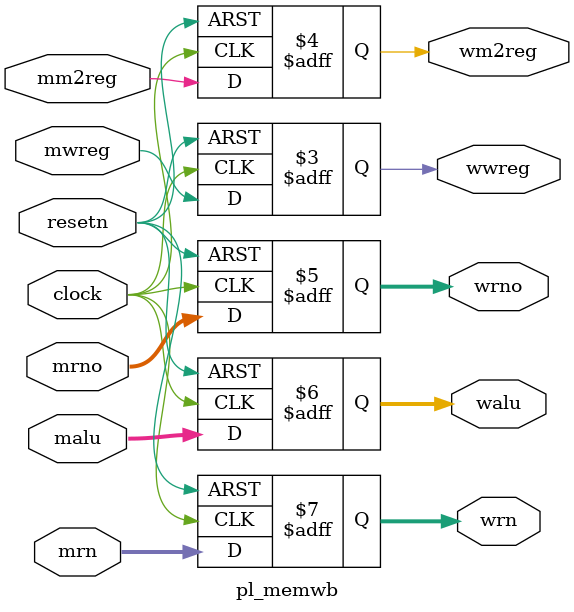
<source format=v>
module pl_memwb (clock, resetn,
				 mwreg, mm2reg, mrno, malu, mrn, 
				 wwreg, wm2reg, wrno, walu, wrn);
	input clock, resetn;
	input mwreg, mm2reg;
	input [31:0] mrno, malu;
	input [4:0] mrn;

	output reg wwreg, wm2reg;
	output reg [31:0] wrno, walu;
	output reg [4:0] wrn;

	always @(posedge clock or negedge resetn)
	begin
		if (!resetn)
		begin
			wwreg <= 0;
			wm2reg <= 0;
			wrno <= 0;
			walu <= 0;
			wrn <= 0;
		end
		else 
		begin
			wwreg <= mwreg;
			wm2reg <= mm2reg;
			wrno <= mrno;
			walu <= malu;
			wrn <= mrn;
		end
		
	end
endmodule
</source>
